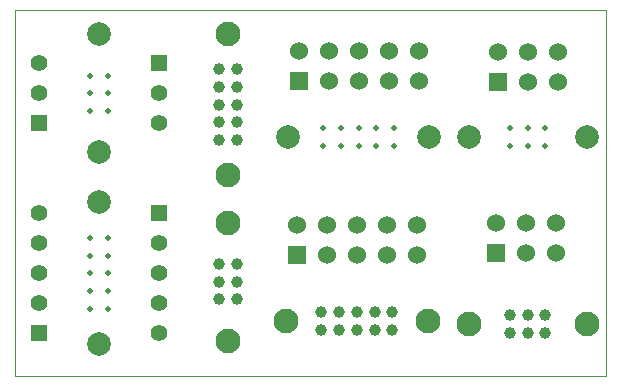
<source format=gts>
G04 (created by PCBNEW (2013-07-07 BZR 4022)-stable) date 2014.06.02. 15:10:32*
%MOIN*%
G04 Gerber Fmt 3.4, Leading zero omitted, Abs format*
%FSLAX34Y34*%
G01*
G70*
G90*
G04 APERTURE LIST*
%ADD10C,0.00590551*%
%ADD11C,0.00393701*%
%ADD12R,0.06X0.06*%
%ADD13C,0.06*%
%ADD14C,0.0393701*%
%ADD15C,0.0826772*%
%ADD16C,0.019685*%
%ADD17C,0.0787402*%
%ADD18R,0.055X0.055*%
%ADD19C,0.055*%
G04 APERTURE END LIST*
G54D10*
G54D11*
X4725Y-4724D02*
G75*
G03X4725Y-4724I0J0D01*
G74*
G01*
X4723Y-4724D02*
X4725Y-4724D01*
X4724Y-4723D02*
X4724Y-4725D01*
X4725Y-4724D02*
G75*
G03X4725Y-4724I0J0D01*
G74*
G01*
X4723Y-4724D02*
X4725Y-4724D01*
X4724Y-4723D02*
X4724Y-4725D01*
X4725Y-4724D02*
G75*
G03X4725Y-4724I0J0D01*
G74*
G01*
X4723Y-4724D02*
X4725Y-4724D01*
X4724Y-4723D02*
X4724Y-4725D01*
X4724Y-16929D02*
X4724Y-4724D01*
X24409Y-16929D02*
X4724Y-16929D01*
X24409Y-4724D02*
X24409Y-16929D01*
X4724Y-4724D02*
X24409Y-4724D01*
G54D12*
X14161Y-7086D03*
G54D13*
X14161Y-6086D03*
X15161Y-7086D03*
X15161Y-6086D03*
X16161Y-7086D03*
X16161Y-6086D03*
X17161Y-7086D03*
X17161Y-6086D03*
X18161Y-7086D03*
X18161Y-6086D03*
G54D12*
X14106Y-12900D03*
G54D13*
X14106Y-11900D03*
X15106Y-12900D03*
X15106Y-11900D03*
X16106Y-12900D03*
X16106Y-11900D03*
X17106Y-12900D03*
X17106Y-11900D03*
X18106Y-12900D03*
X18106Y-11900D03*
G54D12*
X20825Y-7118D03*
G54D13*
X20825Y-6118D03*
X21825Y-7118D03*
X21825Y-6118D03*
X22825Y-7118D03*
X22825Y-6118D03*
G54D12*
X20753Y-12828D03*
G54D13*
X20753Y-11828D03*
X21753Y-12828D03*
X21753Y-11828D03*
X22753Y-12828D03*
X22753Y-11828D03*
G54D14*
X14925Y-14804D03*
X15515Y-14804D03*
X16106Y-14804D03*
X16696Y-14804D03*
X17287Y-14804D03*
X17287Y-15395D03*
X16696Y-15395D03*
X16106Y-15395D03*
X15515Y-15395D03*
X14925Y-15395D03*
G54D15*
X13744Y-15100D03*
X18468Y-15100D03*
G54D14*
X11515Y-9055D03*
X11515Y-8464D03*
X11515Y-7874D03*
X11515Y-7283D03*
X11515Y-6692D03*
X12106Y-6692D03*
X12106Y-7283D03*
X12106Y-7874D03*
X12106Y-8464D03*
X12106Y-9055D03*
G54D15*
X11811Y-10236D03*
X11811Y-5511D03*
G54D16*
X14980Y-8653D03*
X15570Y-8653D03*
X16161Y-8653D03*
X16751Y-8653D03*
X17342Y-8653D03*
X17342Y-9244D03*
X16751Y-9244D03*
X16161Y-9244D03*
X15570Y-9244D03*
X14980Y-9244D03*
G54D17*
X18523Y-8948D03*
X13799Y-8948D03*
G54D14*
X21212Y-14883D03*
X21803Y-14883D03*
X22393Y-14883D03*
X22393Y-15474D03*
X21803Y-15474D03*
X21212Y-15474D03*
G54D15*
X19834Y-15178D03*
X23771Y-15178D03*
G54D14*
X11515Y-14370D03*
X11515Y-13779D03*
X11515Y-13188D03*
X12106Y-13188D03*
X12106Y-13779D03*
X12106Y-14370D03*
G54D15*
X11811Y-15748D03*
X11811Y-11811D03*
G54D16*
X21209Y-8654D03*
X21800Y-8654D03*
X22390Y-8654D03*
X22390Y-9245D03*
X21800Y-9245D03*
X21209Y-9245D03*
G54D17*
X19831Y-8950D03*
X23768Y-8950D03*
G54D18*
X5500Y-15500D03*
G54D19*
X5500Y-14500D03*
X5500Y-13500D03*
X5500Y-12500D03*
X5500Y-11500D03*
G54D18*
X9500Y-11500D03*
G54D19*
X9500Y-12500D03*
X9500Y-13500D03*
X9500Y-14500D03*
X9500Y-15500D03*
G54D18*
X5500Y-8500D03*
G54D19*
X5500Y-7500D03*
X5500Y-6500D03*
G54D18*
X9500Y-6500D03*
G54D19*
X9500Y-7500D03*
X9500Y-8500D03*
G54D16*
X7204Y-14681D03*
X7204Y-14090D03*
X7204Y-13500D03*
X7204Y-12909D03*
X7204Y-12318D03*
X7795Y-12318D03*
X7795Y-12909D03*
X7795Y-13500D03*
X7795Y-14090D03*
X7795Y-14681D03*
G54D17*
X7500Y-11137D03*
X7500Y-15862D03*
G54D16*
X7204Y-8090D03*
X7204Y-7500D03*
X7204Y-6909D03*
X7795Y-6909D03*
X7795Y-7500D03*
X7795Y-8090D03*
G54D17*
X7500Y-9468D03*
X7500Y-5531D03*
M02*

</source>
